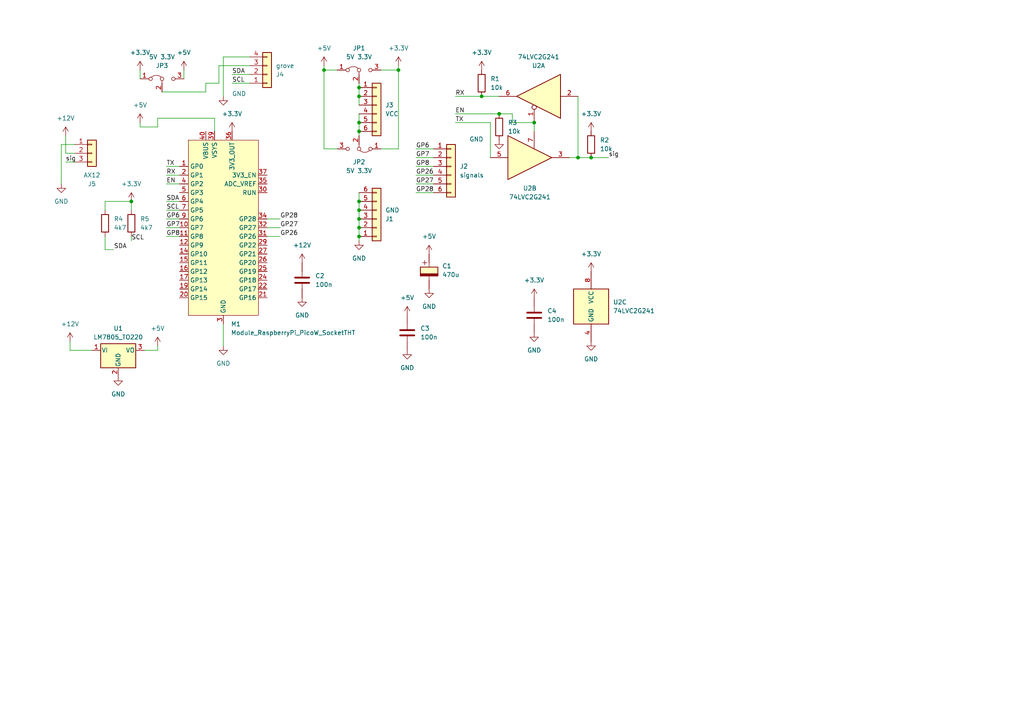
<source format=kicad_sch>
(kicad_sch (version 20250114) (generator "eeschema") (generator_version "9.0")
  (paper "A4")
  (lib_symbols
    (symbol "+5V_1" (power) (pin_numbers (hide yes)) (pin_names (offset 0) (hide yes))
      (property "Value" "+5V" (at 0 3.556 0))
      (symbol "+5V_1_0_1"
        (polyline (pts (xy -0.762 1.27) (xy 0 2.54)))
        (polyline (pts (xy 0 2.54) (xy 0.762 1.27)))
        (polyline (pts (xy 0 0) (xy 0 2.54)))
      )
      (symbol "+5V_1_1_1"
        (pin power_in line (at 0 0 90) (length 0) (name "~") (number "1"))
      )
    )
    (symbol "74xGxx:74LVC2G241"
      (property "Reference" "U" (at 2.54 5.08 0))
      (property "Value" "74LVC2G241" (at 2.54 -7.62 0))
      (symbol "74LVC2G241_1_1"
        (polyline (pts (xy -7.62 6.35) (xy -7.62 -6.35) (xy 5.08 0) (xy -7.62 6.35)) (stroke (width 0.254)) (fill (type background)))
        (pin input line (at -12.7 0 0) (length 5.08) (name "~") (number "2"))
        (pin input inverted (at 0 7.62 270) (length 5.08) (name "~") (number "1"))
        (pin tri_state line (at 10.16 0 180) (length 5.08) (name "~") (number "6"))
      )
      (symbol "74LVC2G241_2_1"
        (polyline (pts (xy -7.62 6.35) (xy -7.62 -6.35) (xy 5.08 0) (xy -7.62 6.35)) (stroke (width 0.254)) (fill (type background)))
        (pin input line (at -12.7 0 0) (length 5.08) (name "~") (number "5"))
        (pin input line (at 0 7.62 270) (length 5.08) (name "~") (number "7"))
        (pin tri_state line (at 10.16 0 180) (length 5.08) (name "~") (number "3"))
      )
      (symbol "74LVC2G241_3_0"
        (rectangle (start -5.08 -5.08) (end 5.08 5.08) (stroke (width 0.254)) (fill (type background)))
      )
      (symbol "74LVC2G241_3_1"
        (pin power_in line (at 0 10.16 270) (length 5.08) (name "VCC") (number "8"))
        (pin power_in line (at 0 -10.16 90) (length 5.08) (name "GND") (number "4"))
      )
    )
    (symbol "Connector_Generic:Conn_01x03" (pin_names (offset 1.016) (hide yes))
      (property "Reference" "J" (at 0 5.08 0))
      (property "Value" "Conn_01x03" (at 0 -5.08 0))
      (symbol "Conn_01x03_1_1"
        (rectangle (start -1.27 3.81) (end 1.27 -3.81) (stroke (width 0.254)) (fill (type background)))
        (rectangle (start -1.27 2.667) (end 0 2.413) (stroke (width 0.1524)))
        (rectangle (start -1.27 0.127) (end 0 -0.127) (stroke (width 0.1524)))
        (rectangle (start -1.27 -2.413) (end 0 -2.667) (stroke (width 0.1524)))
        (pin passive line (at -5.08 2.54 0) (length 3.81) (name "Pin_1") (number "1"))
        (pin passive line (at -5.08 0 0) (length 3.81) (name "Pin_2") (number "2"))
        (pin passive line (at -5.08 -2.54 0) (length 3.81) (name "Pin_3") (number "3"))
      )
    )
    (symbol "Connector_Generic:Conn_01x04" (pin_names (offset 1.016) (hide yes))
      (property "Reference" "J" (at 0 5.08 0))
      (property "Value" "Conn_01x04" (at 0 -7.62 0))
      (symbol "Conn_01x04_1_1"
        (rectangle (start -1.27 3.81) (end 1.27 -6.35) (stroke (width 0.254)) (fill (type background)))
        (rectangle (start -1.27 2.667) (end 0 2.413) (stroke (width 0.1524)))
        (rectangle (start -1.27 0.127) (end 0 -0.127) (stroke (width 0.1524)))
        (rectangle (start -1.27 -2.413) (end 0 -2.667) (stroke (width 0.1524)))
        (rectangle (start -1.27 -4.953) (end 0 -5.207) (stroke (width 0.1524)))
        (pin passive line (at -5.08 2.54 0) (length 3.81) (name "Pin_1") (number "1"))
        (pin passive line (at -5.08 0 0) (length 3.81) (name "Pin_2") (number "2"))
        (pin passive line (at -5.08 -2.54 0) (length 3.81) (name "Pin_3") (number "3"))
        (pin passive line (at -5.08 -5.08 0) (length 3.81) (name "Pin_4") (number "4"))
      )
    )
    (symbol "Connector_Generic:Conn_01x06" (pin_names (offset 1.016) (hide yes))
      (property "Reference" "J" (at 0 7.62 0))
      (property "Value" "Conn_01x06" (at 0 -10.16 0))
      (symbol "Conn_01x06_1_1"
        (rectangle (start -1.27 6.35) (end 1.27 -8.89) (stroke (width 0.254)) (fill (type background)))
        (rectangle (start -1.27 5.207) (end 0 4.953) (stroke (width 0.1524)))
        (rectangle (start -1.27 2.667) (end 0 2.413) (stroke (width 0.1524)))
        (rectangle (start -1.27 0.127) (end 0 -0.127) (stroke (width 0.1524)))
        (rectangle (start -1.27 -2.413) (end 0 -2.667) (stroke (width 0.1524)))
        (rectangle (start -1.27 -4.953) (end 0 -5.207) (stroke (width 0.1524)))
        (rectangle (start -1.27 -7.493) (end 0 -7.747) (stroke (width 0.1524)))
        (pin passive line (at -5.08 5.08 0) (length 3.81) (name "Pin_1") (number "1"))
        (pin passive line (at -5.08 2.54 0) (length 3.81) (name "Pin_2") (number "2"))
        (pin passive line (at -5.08 0 0) (length 3.81) (name "Pin_3") (number "3"))
        (pin passive line (at -5.08 -2.54 0) (length 3.81) (name "Pin_4") (number "4"))
        (pin passive line (at -5.08 -5.08 0) (length 3.81) (name "Pin_5") (number "5"))
        (pin passive line (at -5.08 -7.62 0) (length 3.81) (name "Pin_6") (number "6"))
      )
    )
    (symbol "Device:R" (pin_numbers (hide yes)) (pin_names (offset 0))
      (property "Reference" "R" (at 2.032 0 90))
      (property "Value" "R" (at 0 0 90))
      (symbol "R_0_1"
        (rectangle (start -1.016 -2.54) (end 1.016 2.54) (stroke (width 0.254)))
      )
      (symbol "R_1_1"
        (pin passive line (at 0 3.81 270) (length 1.27) (name "~") (number "1"))
        (pin passive line (at 0 -3.81 90) (length 1.27) (name "~") (number "2"))
      )
    )
    (symbol "Jumper:Jumper_3_Bridged12" (pin_names (offset 0) (hide yes))
      (property "Reference" "JP" (at -2.54 -2.54 0))
      (property "Value" "Jumper_3_Bridged12" (at 0 2.794 0))
      (symbol "Jumper_3_Bridged12_0_0"
        (circle (center -3.302 0) (radius 0.508))
        (circle (center 0 0) (radius 0.508))
        (circle (center 3.302 0) (radius 0.508))
      )
      (symbol "Jumper_3_Bridged12_0_1"
        (arc (start -3.048 0.508) (mid -1.651 0.9912) (end -0.254 0.508))
        (polyline (pts (xy 0 -1.27) (xy 0 -0.508)))
      )
      (symbol "Jumper_3_Bridged12_1_1"
        (pin passive line (at -6.35 0 0) (length 2.54) (name "A") (number "1"))
        (pin passive line (at 0 -3.81 90) (length 2.54) (name "C") (number "2"))
        (pin passive line (at 6.35 0 180) (length 2.54) (name "B") (number "3"))
      )
    )
    (symbol "Regulator_Linear:LM7805_TO220" (pin_names (offset 0.254))
      (property "Reference" "U" (at -3.81 3.175 0))
      (property "Value" "LM7805_TO220" (at 0 3.175 0))
      (symbol "LM7805_TO220_0_1"
        (rectangle (start -5.08 1.905) (end 5.08 -5.08) (stroke (width 0.254)) (fill (type background)))
      )
      (symbol "LM7805_TO220_1_1"
        (pin power_in line (at -7.62 0 0) (length 2.54) (name "VI") (number "1"))
        (pin power_in line (at 0 -7.62 90) (length 2.54) (name "GND") (number "2"))
        (pin power_out line (at 7.62 0 180) (length 2.54) (name "VO") (number "3"))
      )
    )
    (symbol "fab:CP_Elec_D8.0mm" (pin_numbers (hide yes))
      (property "Reference" "C" (at 1.27 2.54 0))
      (property "Value" "CP_Elec_D8.0mm" (at 1.27 -2.54 0))
      (symbol "CP_Elec_D8.0mm_0_1"
        (rectangle (start -2.54 -0.635) (end 2.54 -1.27) (fill (type outline)))
        (polyline (pts (xy -2.54 -1.27) (xy -2.54 1.27) (xy 2.54 1.27) (xy 2.54 -1.27) (xy -2.54 -1.27)) (stroke (width 0.254)) (fill (type background)))
        (polyline (pts (xy -1.27 1.905) (xy -1.27 3.175)))
        (polyline (pts (xy -0.635 2.54) (xy -1.905 2.54)))
        (polyline (pts (xy 0 2.54) (xy 0 1.27)))
        (polyline (pts (xy 0 -1.27) (xy 0 -2.54)))
      )
      (symbol "CP_Elec_D8.0mm_1_1"
        (pin passive line (at 0 5.08 270) (length 2.54) (name "~") (number "1"))
        (pin passive line (at 0 -5.08 90) (length 2.54) (name "~") (number "2"))
      )
    )
    (symbol "fab:C_1206" (pin_numbers (hide yes))
      (property "Reference" "C" (at 0.635 2.54 0))
      (property "Value" "C_1206" (at 0.635 -2.54 0))
      (symbol "C_1206_0_1"
        (polyline (pts (xy -2.032 0.762) (xy 2.032 0.762)) (stroke (width 0.508)))
        (polyline (pts (xy -2.032 -0.762) (xy 2.032 -0.762)) (stroke (width 0.508)))
        (polyline (pts (xy 0 0.635) (xy 0 2.54)))
        (polyline (pts (xy 0 -0.635) (xy 0 -2.54)))
      )
      (symbol "C_1206_1_1"
        (pin passive line (at 0 5.08 270) (length 2.54) (name "~") (number "1"))
        (pin passive line (at 0 -5.08 90) (length 2.54) (name "~") (number "2"))
      )
    )
    (symbol "fab:Module_RaspberryPi_PicoW_SocketTHT"
      (property "Reference" "M" (at 0 0 0))
      (property "Value" "Module_RaspberryPi_PicoW_SocketTHT" (at 0 0 0))
      (symbol "Module_RaspberryPi_PicoW_SocketTHT_1_1"
        (rectangle (start -10.16 25.4) (end 10.16 -25.4) (fill (type background)))
        (pin bidirectional line (at -12.7 17.78 0) (length 2.54) (name "GP0") (number "1"))
        (pin bidirectional line (at -12.7 15.24 0) (length 2.54) (name "GP1") (number "2"))
        (pin bidirectional line (at -12.7 12.7 0) (length 2.54) (name "GP2") (number "4"))
        (pin bidirectional line (at -12.7 10.16 0) (length 2.54) (name "GP3") (number "5"))
        (pin bidirectional line (at -12.7 7.62 0) (length 2.54) (name "GP4") (number "6"))
        (pin bidirectional line (at -12.7 5.08 0) (length 2.54) (name "GP5") (number "7"))
        (pin bidirectional line (at -12.7 2.54 0) (length 2.54) (name "GP6") (number "9"))
        (pin bidirectional line (at -12.7 0 0) (length 2.54) (name "GP7") (number "10"))
        (pin bidirectional line (at -12.7 -2.54 0) (length 2.54) (name "GP8") (number "11"))
        (pin bidirectional line (at -12.7 -5.08 0) (length 2.54) (name "GP9") (number "12"))
        (pin bidirectional line (at -12.7 -7.62 0) (length 2.54) (name "GP10") (number "14"))
        (pin bidirectional line (at -12.7 -10.16 0) (length 2.54) (name "GP11") (number "15"))
        (pin bidirectional line (at -12.7 -12.7 0) (length 2.54) (name "GP12") (number "16"))
        (pin bidirectional line (at -12.7 -15.24 0) (length 2.54) (name "GP13") (number "17"))
        (pin bidirectional line (at -12.7 -17.78 0) (length 2.54) (name "GP14") (number "19"))
        (pin bidirectional line (at -12.7 -20.32 0) (length 2.54) (name "GP15") (number "20"))
        (pin power_in line (at -5.08 27.94 270) (length 2.54) (name "VBUS") (number "40"))
        (pin power_in line (at -2.54 27.94 270) (length 2.54) (name "VSYS") (number "39"))
        (pin passive line (at 0 -27.94 90) (length 2.54) (hide yes) (name "GND") (number "13"))
        (pin passive line (at 0 -27.94 90) (length 2.54) (hide yes) (name "GND") (number "18"))
        (pin passive line (at 0 -27.94 90) (length 2.54) (hide yes) (name "GND") (number "23"))
        (pin passive line (at 0 -27.94 90) (length 2.54) (hide yes) (name "GND") (number "28"))
        (pin power_in line (at 0 -27.94 90) (length 2.54) (name "GND") (number "3"))
        (pin passive line (at 0 -27.94 90) (length 2.54) (hide yes) (name "GND") (number "33"))
        (pin passive line (at 0 -27.94 90) (length 2.54) (hide yes) (name "GND") (number "38"))
        (pin passive line (at 0 -27.94 90) (length 2.54) (hide yes) (name "GND") (number "8"))
        (pin power_in line (at 2.54 27.94 270) (length 2.54) (name "3V3_OUT") (number "36"))
        (pin input line (at 12.7 15.24 180) (length 2.54) (name "3V3_EN") (number "37"))
        (pin input line (at 12.7 12.7 180) (length 2.54) (name "ADC_VREF") (number "35"))
        (pin input line (at 12.7 10.16 180) (length 2.54) (name "RUN") (number "30"))
        (pin bidirectional line (at 12.7 2.54 180) (length 2.54) (name "GP28") (number "34"))
        (pin bidirectional line (at 12.7 0 180) (length 2.54) (name "GP27") (number "32"))
        (pin bidirectional line (at 12.7 -2.54 180) (length 2.54) (name "GP26") (number "31"))
        (pin bidirectional line (at 12.7 -5.08 180) (length 2.54) (name "GP22") (number "29"))
        (pin bidirectional line (at 12.7 -7.62 180) (length 2.54) (name "GP21") (number "27"))
        (pin bidirectional line (at 12.7 -10.16 180) (length 2.54) (name "GP20") (number "26"))
        (pin bidirectional line (at 12.7 -12.7 180) (length 2.54) (name "GP19") (number "25"))
        (pin bidirectional line (at 12.7 -15.24 180) (length 2.54) (name "GP18") (number "24"))
        (pin bidirectional line (at 12.7 -17.78 180) (length 2.54) (name "GP17") (number "22"))
        (pin bidirectional line (at 12.7 -20.32 180) (length 2.54) (name "GP16") (number "21"))
      )
    )
    (symbol "power:+12V" (power) (pin_names (offset 0))
      (property "Value" "+12V" (at 0 3.556 0))
      (symbol "+12V_0_1"
        (polyline (pts (xy -0.762 1.27) (xy 0 2.54)))
        (polyline (pts (xy 0 2.54) (xy 0.762 1.27)))
        (polyline (pts (xy 0 0) (xy 0 2.54)))
      )
      (symbol "+12V_1_1"
        (pin power_in line (at 0 0 90) (length 0) (hide yes) (name "+12V") (number "1"))
      )
    )
    (symbol "power:+3.3V" (power) (pin_names (offset 0))
      (property "Value" "+3.3V" (at 0 3.556 0))
      (symbol "+3.3V_0_1"
        (polyline (pts (xy -0.762 1.27) (xy 0 2.54)))
        (polyline (pts (xy 0 2.54) (xy 0.762 1.27)))
        (polyline (pts (xy 0 0) (xy 0 2.54)))
      )
      (symbol "+3.3V_1_1"
        (pin power_in line (at 0 0 90) (length 0) (hide yes) (name "+3.3V") (number "1"))
      )
    )
    (symbol "power:+5V" (power) (pin_names (offset 0))
      (property "Value" "+5V" (at 0 3.556 0))
      (symbol "+5V_0_1"
        (polyline (pts (xy -0.762 1.27) (xy 0 2.54)))
        (polyline (pts (xy 0 2.54) (xy 0.762 1.27)))
        (polyline (pts (xy 0 0) (xy 0 2.54)))
      )
      (symbol "+5V_1_1"
        (pin power_in line (at 0 0 90) (length 0) (hide yes) (name "+5V") (number "1"))
      )
    )
    (symbol "power:GND" (power) (pin_names (offset 0))
      (property "Value" "GND" (at 0 -3.81 0))
      (symbol "GND_0_1"
        (polyline (pts (xy 0 0) (xy 0 -1.27) (xy 1.27 -1.27) (xy 0 -2.54) (xy -1.27 -1.27) (xy 0 -1.27)))
      )
      (symbol "GND_1_1"
        (pin power_in line (at 0 0 270) (length 0) (hide yes) (name "GND") (number "1"))
      )
    )
  )
  (junction (at 104.14 58.42))
  (junction (at 115.57 20.32))
  (junction (at 93.98 20.32))
  (junction (at 38.1 58.42))
  (junction (at 104.14 27.94))
  (junction (at 104.14 35.56))
  (junction (at 144.78 33.02))
  (junction (at 104.14 63.5))
  (junction (at 104.14 25.4))
  (junction (at 104.14 66.04))
  (junction (at 104.14 38.1))
  (junction (at 154.94 35.56))
  (junction (at 104.14 60.96))
  (junction (at 171.45 45.72))
  (junction (at 139.7 27.94))
  (junction (at 167.64 45.72))
  (junction (at 104.14 68.58))
  (wire (pts (xy 104.14 55.88) (xy 104.14 58.42)))
  (wire (pts (xy 67.31 24.13) (xy 72.39 24.13)))
  (wire (pts (xy 77.47 63.5) (xy 81.28 63.5)))
  (wire (pts (xy 19.05 46.99) (xy 21.59 46.99)))
  (wire (pts (xy 120.65 48.26) (xy 125.73 48.26)))
  (wire (pts (xy 53.34 20.32) (xy 53.34 22.86)))
  (wire (pts (xy 120.65 45.72) (xy 125.73 45.72)))
  (wire (pts (xy 26.67 101.6) (xy 20.32 101.6)))
  (wire (pts (xy 48.26 58.42) (xy 52.07 58.42)))
  (wire (pts (xy 132.08 27.94) (xy 139.7 27.94)))
  (wire (pts (xy 171.45 45.72) (xy 176.53 45.72)))
  (wire (pts (xy 30.48 58.42) (xy 38.1 58.42)))
  (wire (pts (xy 104.14 60.96) (xy 104.14 63.5)))
  (wire (pts (xy 30.48 68.58) (xy 30.48 72.39)))
  (wire (pts (xy 17.78 41.91) (xy 17.78 53.34)))
  (wire (pts (xy 40.64 35.56) (xy 40.64 36.83)))
  (wire (pts (xy 64.77 16.51) (xy 72.39 16.51)))
  (wire (pts (xy 40.64 20.32) (xy 40.64 22.86)))
  (wire (pts (xy 115.57 43.18) (xy 115.57 20.32)))
  (wire (pts (xy 45.72 34.29) (xy 62.23 34.29)))
  (wire (pts (xy 77.47 68.58) (xy 81.28 68.58)))
  (wire (pts (xy 97.79 20.32) (xy 93.98 20.32)))
  (wire (pts (xy 120.65 43.18) (xy 125.73 43.18)))
  (wire (pts (xy 19.05 39.37) (xy 19.05 44.45)))
  (wire (pts (xy 120.65 50.8) (xy 125.73 50.8)))
  (wire (pts (xy 104.14 27.94) (xy 104.14 30.48)))
  (wire (pts (xy 21.59 44.45) (xy 19.05 44.45)))
  (wire (pts (xy 110.49 20.32) (xy 115.57 20.32)))
  (wire (pts (xy 167.64 45.72) (xy 167.64 27.94)))
  (wire (pts (xy 148.59 33.02) (xy 148.59 35.56)))
  (wire (pts (xy 48.26 63.5) (xy 52.07 63.5)))
  (wire (pts (xy 104.14 24.13) (xy 104.14 25.4)))
  (wire (pts (xy 93.98 20.32) (xy 93.98 43.18)))
  (wire (pts (xy 165.1 45.72) (xy 167.64 45.72)))
  (wire (pts (xy 77.47 66.04) (xy 81.28 66.04)))
  (wire (pts (xy 139.7 27.94) (xy 144.78 27.94)))
  (wire (pts (xy 104.14 35.56) (xy 104.14 38.1)))
  (wire (pts (xy 45.72 100.33) (xy 45.72 101.6)))
  (wire (pts (xy 45.72 36.83) (xy 40.64 36.83)))
  (wire (pts (xy 48.26 53.34) (xy 52.07 53.34)))
  (wire (pts (xy 104.14 58.42) (xy 104.14 60.96)))
  (wire (pts (xy 64.77 93.98) (xy 64.77 100.33)))
  (wire (pts (xy 67.31 21.59) (xy 72.39 21.59)))
  (wire (pts (xy 154.94 35.56) (xy 154.94 38.1)))
  (wire (pts (xy 115.57 19.05) (xy 115.57 20.32)))
  (wire (pts (xy 20.32 99.06) (xy 20.32 101.6)))
  (wire (pts (xy 48.26 48.26) (xy 52.07 48.26)))
  (wire (pts (xy 63.5 24.13) (xy 63.5 19.05)))
  (wire (pts (xy 132.08 33.02) (xy 144.78 33.02)))
  (wire (pts (xy 63.5 19.05) (xy 72.39 19.05)))
  (wire (pts (xy 30.48 60.96) (xy 30.48 58.42)))
  (wire (pts (xy 110.49 43.18) (xy 115.57 43.18)))
  (wire (pts (xy 104.14 33.02) (xy 104.14 35.56)))
  (wire (pts (xy 48.26 60.96) (xy 52.07 60.96)))
  (wire (pts (xy 46.99 26.67) (xy 59.69 26.67)))
  (wire (pts (xy 59.69 26.67) (xy 59.69 24.13)))
  (wire (pts (xy 104.14 68.58) (xy 104.14 69.85)))
  (wire (pts (xy 45.72 34.29) (xy 45.72 36.83)))
  (wire (pts (xy 142.24 45.72) (xy 142.24 35.56)))
  (wire (pts (xy 41.91 101.6) (xy 45.72 101.6)))
  (wire (pts (xy 62.23 38.1) (xy 62.23 34.29)))
  (wire (pts (xy 104.14 25.4) (xy 104.14 27.94)))
  (wire (pts (xy 64.77 27.94) (xy 64.77 16.51)))
  (wire (pts (xy 38.1 58.42) (xy 38.1 60.96)))
  (wire (pts (xy 120.65 53.34) (xy 125.73 53.34)))
  (wire (pts (xy 59.69 24.13) (xy 63.5 24.13)))
  (wire (pts (xy 38.1 68.58) (xy 38.1 69.85)))
  (wire (pts (xy 120.65 55.88) (xy 125.73 55.88)))
  (wire (pts (xy 30.48 72.39) (xy 33.02 72.39)))
  (wire (pts (xy 132.08 35.56) (xy 142.24 35.56)))
  (wire (pts (xy 93.98 19.05) (xy 93.98 20.32)))
  (wire (pts (xy 104.14 66.04) (xy 104.14 68.58)))
  (wire (pts (xy 104.14 38.1) (xy 104.14 39.37)))
  (wire (pts (xy 21.59 41.91) (xy 17.78 41.91)))
  (wire (pts (xy 104.14 63.5) (xy 104.14 66.04)))
  (wire (pts (xy 93.98 43.18) (xy 97.79 43.18)))
  (wire (pts (xy 144.78 33.02) (xy 148.59 33.02)))
  (wire (pts (xy 48.26 68.58) (xy 52.07 68.58)))
  (wire (pts (xy 48.26 50.8) (xy 52.07 50.8)))
  (wire (pts (xy 48.26 66.04) (xy 52.07 66.04)))
  (wire (pts (xy 148.59 35.56) (xy 154.94 35.56)))
  (wire (pts (xy 167.64 45.72) (xy 171.45 45.72)))
  (label "SDA" (at 33.02 72.39 0))
  (label "RX" (at 132.08 27.94 0))
  (label "EN" (at 132.08 33.02 0))
  (label "GP26" (at 81.28 68.58 0))
  (label "TX" (at 132.08 35.56 0))
  (label "GP28" (at 120.65 55.88 0))
  (label "sig" (at 19.05 46.99 0))
  (label "GP6" (at 120.65 43.18 0))
  (label "GP27" (at 120.65 53.34 0))
  (label "GP7" (at 48.26 66.04 0))
  (label "SCL" (at 67.31 24.13 0))
  (label "sig" (at 176.53 45.72 0))
  (label "TX" (at 48.26 48.26 0))
  (label "GP8" (at 120.65 48.26 0))
  (label "RX" (at 48.26 50.8 0))
  (label "SDA" (at 48.26 58.42 0))
  (label "GP27" (at 81.28 66.04 0))
  (label "GP7" (at 120.65 45.72 0))
  (label "GP28" (at 81.28 63.5 0))
  (label "SDA" (at 67.31 21.59 0))
  (label "SCL" (at 48.26 60.96 0))
  (label "GP26" (at 120.65 50.8 0))
  (label "SCL" (at 38.1 69.85 0))
  (label "GP8" (at 48.26 68.58 0))
  (label "EN" (at 48.26 53.34 0))
  (label "GP6" (at 48.26 63.5 0))
  (symbol (lib_id "fab:C_1206") (at 87.63 81.28 0) (unit 1)
    (property "Reference" "C2" (at 91.44 80.01 0) (effects (justify left)))
    (property "Value" "100n" (at 91.44 82.55 0) (effects (justify left)))
    (property "Footprint" "Capacitor_SMD:C_0603_1608Metric_Pad1.08x0.95mm_HandSolder" (effects (hide yes)))
    (property "Datasheet" "https://www.yageo.com/upload/media/product/productsearch/datasheet/mlcc/UPY-GP_NP0_16V-to-50V_18.pdf" (effects (hide yes)))
  )
  (symbol (lib_id "power:GND") (at 124.46 83.82 0) (unit 1)
    (property "Reference" "#PWR05" (effects (hide yes)))
    (property "Value" "GND" (at 124.46 88.9 0))
  )
  (symbol (lib_id "power:+5V") (at 118.11 91.44 0) (unit 1)
    (property "Reference" "#PWR018" (effects (hide yes)))
    (property "Value" "+5V" (at 118.11 86.36 0))
  )
  (symbol (lib_id "power:+12V") (at 19.05 39.37 0) (unit 1)
    (property "Reference" "#PWR014" (effects (hide yes)))
    (property "Value" "+12V" (at 19.05 34.29 0))
  )
  (symbol (lib_id "Jumper:Jumper_3_Bridged12") (at 46.99 22.86 0) (unit 1)
    (property "Reference" "JP3" (at 46.99 19.05 0))
    (property "Value" "5V 3.3V" (at 46.99 16.51 0))
    (property "Footprint" "Jumper:SolderJumper-3_P1.3mm_Bridged2Bar12_RoundedPad1.0x1.5mm_NumberLabels" (effects (hide yes)))
  )
  (symbol (lib_id "Connector_Generic:Conn_01x03") (at 26.67 44.45 0) (unit 1)
    (property "Reference" "J5" (at 26.67 53.34 0))
    (property "Value" "AX12" (at 26.67 50.8 0))
    (property "Footprint" "Connector_Molex:Molex_SPOX_5267-03A_1x03_P2.50mm_Vertical" (effects (hide yes)))
    (property "Description" "Generic connector, single row, 01x03, script generated (kicad-library-utils/schlib/autogen/connector/)" (effects (hide yes)))
  )
  (symbol (lib_id "Device:R") (at 171.45 41.91 0) (unit 1)
    (property "Reference" "R2" (at 173.99 40.6399 0) (effects (justify left)))
    (property "Value" "10k" (at 173.99 43.1799 0) (effects (justify left)))
    (property "Footprint" "Resistor_SMD:R_0603_1608Metric_Pad0.98x0.95mm_HandSolder" (effects (hide yes)))
  )
  (symbol (lib_id "power:+5V") (at 40.64 35.56 0) (unit 1)
    (property "Reference" "#PWR020" (effects (hide yes)))
    (property "Value" "+5V" (at 40.64 30.48 0))
  )
  (symbol (lib_id "fab:CP_Elec_D8.0mm") (at 124.46 78.74 0) (unit 1)
    (property "Reference" "C1" (at 128.27 77.1525 0) (effects (justify left)))
    (property "Value" "470u" (at 128.27 79.6925 0) (effects (justify left)))
    (property "Footprint" "fab:CP_Elec_D8.0mm" (effects (hide yes)))
    (property "Datasheet" "https://na.industrial.panasonic.com/file-download/19641" (effects (hide yes)))
  )
  (symbol (lib_id "power:+3.3V") (at 67.31 38.1 0) (unit 1)
    (property "Reference" "#PWR013" (effects (hide yes)))
    (property "Value" "+3.3V" (at 67.31 33.02 0))
  )
  (symbol (lib_id "74xGxx:74LVC2G241") (at 154.94 27.94 180) (unit 1)
    (property "Reference" "U2" (at 156.21 19.05 0))
    (property "Value" "74LVC2G241" (at 156.21 16.51 0))
    (property "Footprint" "Package_SO:TSSOP-8_3x3mm_P0.65mm" (effects (hide yes)))
    (property "Datasheet" "http://www.ti.com/lit/sg/scyt129e/scyt129e.pdf" (effects (hide yes)))
    (property "Description" "Dual Buffer Tri-State, Low-Voltage CMOS" (effects (hide yes)))
  )
  (symbol (lib_id "power:+12V") (at 87.63 76.2 0) (unit 1)
    (property "Reference" "#PWR019" (effects (hide yes)))
    (property "Value" "+12V" (at 87.63 71.12 0))
  )
  (symbol (lib_id "Connector_Generic:Conn_01x06") (at 109.22 30.48 0) (unit 1)
    (property "Reference" "J3" (at 111.76 30.48 0) (effects (justify left)))
    (property "Value" "VCC" (at 111.76 33.02 0) (effects (justify left)))
    (property "Footprint" "Connector_PinHeader_2.54mm:PinHeader_1x06_P2.54mm_Vertical" (effects (hide yes)))
  )
  (symbol (lib_id "power:+3.3V") (at 115.57 19.05 0) (unit 1)
    (property "Reference" "#PWR02" (effects (hide yes)))
    (property "Value" "+3.3V" (at 115.57 13.97 0))
  )
  (symbol (lib_id "power:GND") (at 144.78 40.64 0) (unit 1)
    (property "Reference" "#PWR024" (effects (hide yes)))
    (property "Value" "GND" (at 138.176 40.386 0))
  )
  (symbol (lib_id "power:GND") (at 64.77 100.33 0) (unit 1)
    (property "Reference" "#PWR03" (effects (hide yes)))
    (property "Value" "GND" (at 64.77 105.41 0))
  )
  (symbol (lib_name "+5V_1") (lib_id "power:+5V") (at 171.45 38.1 0) (unit 1)
    (property "Reference" "#PWR027" (effects (hide yes)))
    (property "Value" "+3.3V" (at 171.45 33.02 0))
    (property "Description" "Power symbol creates a global label with name \"+5V\"" (effects (hide yes)))
  )
  (symbol (lib_id "power:+3.3V") (at 171.45 78.74 0) (unit 1)
    (property "Reference" "#PWR022" (effects (hide yes)))
    (property "Value" "+3.3V" (at 171.45 73.66 0))
  )
  (symbol (lib_id "power:GND") (at 34.29 109.22 0) (unit 1)
    (property "Reference" "#PWR07" (effects (hide yes)))
    (property "Value" "GND" (at 34.29 114.3 0))
  )
  (symbol (lib_id "power:GND") (at 171.45 99.06 0) (unit 1)
    (property "Reference" "#PWR021" (effects (hide yes)))
    (property "Value" "GND" (at 171.45 104.14 0))
  )
  (symbol (lib_id "power:GND") (at 104.14 69.85 0) (unit 1)
    (property "Reference" "#PWR08" (effects (hide yes)))
    (property "Value" "GND" (at 104.14 74.93 0))
  )
  (symbol (lib_id "fab:C_1206") (at 118.11 96.52 0) (unit 1)
    (property "Reference" "C3" (at 121.92 95.25 0) (effects (justify left)))
    (property "Value" "100n" (at 121.92 97.79 0) (effects (justify left)))
    (property "Footprint" "Capacitor_SMD:C_0603_1608Metric_Pad1.08x0.95mm_HandSolder" (effects (hide yes)))
    (property "Datasheet" "https://www.yageo.com/upload/media/product/productsearch/datasheet/mlcc/UPY-GP_NP0_16V-to-50V_18.pdf" (effects (hide yes)))
  )
  (symbol (lib_id "power:+3.3V") (at 154.94 86.36 0) (unit 1)
    (property "Reference" "#PWR011" (effects (hide yes)))
    (property "Value" "+3.3V" (at 154.94 81.28 0))
  )
  (symbol (lib_id "power:+3.3V") (at 40.64 20.32 0) (unit 1)
    (property "Reference" "#PWR012" (effects (hide yes)))
    (property "Value" "+3.3V" (at 40.64 15.24 0))
  )
  (symbol (lib_id "power:+3.3V") (at 38.1 58.42 0) (unit 1)
    (property "Reference" "#PWR026" (effects (hide yes)))
    (property "Value" "+3.3V" (at 38.1 53.34 0))
  )
  (symbol (lib_id "74xGxx:74LVC2G241") (at 154.94 45.72 0) (unit 2)
    (property "Reference" "U2" (at 153.67 54.61 0))
    (property "Value" "74LVC2G241" (at 153.67 57.15 0))
    (property "Footprint" "Package_SO:TSSOP-8_3x3mm_P0.65mm" (effects (hide yes)))
    (property "Datasheet" "http://www.ti.com/lit/sg/scyt129e/scyt129e.pdf" (effects (hide yes)))
    (property "Description" "Dual Buffer Tri-State, Low-Voltage CMOS" (effects (hide yes)))
  )
  (symbol (lib_id "Connector_Generic:Conn_01x06") (at 130.81 48.26 0) (unit 1)
    (property "Reference" "J2" (at 133.35 48.26 0) (effects (justify left)))
    (property "Value" "signals" (at 133.35 50.8 0) (effects (justify left)))
    (property "Footprint" "Connector_PinHeader_2.54mm:PinHeader_1x06_P2.54mm_Vertical" (effects (hide yes)))
  )
  (symbol (lib_id "power:+5V") (at 124.46 73.66 0) (unit 1)
    (property "Reference" "#PWR017" (effects (hide yes)))
    (property "Value" "+5V" (at 124.46 68.58 0))
  )
  (symbol (lib_id "power:+3.3V") (at 139.7 20.32 0) (unit 1)
    (property "Reference" "#PWR025" (effects (hide yes)))
    (property "Value" "+3.3V" (at 139.7 15.24 0))
  )
  (symbol (lib_id "Device:R") (at 38.1 64.77 0) (unit 1)
    (property "Reference" "R5" (at 40.64 63.5 0) (effects (justify left)))
    (property "Value" "4k7" (at 40.64 66.04 0) (effects (justify left)))
    (property "Footprint" "Resistor_SMD:R_0603_1608Metric_Pad0.98x0.95mm_HandSolder" (effects (hide yes)))
  )
  (symbol (lib_id "power:GND") (at 64.77 27.94 0) (unit 1)
    (property "Reference" "#PWR010" (effects (hide yes)))
    (property "Value" "GND" (at 69.342 27.178 0))
  )
  (symbol (lib_id "Connector_Generic:Conn_01x06") (at 109.22 63.5 0) (mirror x) (unit 1)
    (property "Reference" "J1" (at 111.76 63.5 0) (effects (justify left)))
    (property "Value" "GND" (at 111.76 60.96 0) (effects (justify left)))
    (property "Footprint" "Connector_PinHeader_2.54mm:PinHeader_1x06_P2.54mm_Horizontal" (effects (hide yes)))
  )
  (symbol (lib_id "power:GND") (at 17.78 53.34 0) (unit 1)
    (property "Reference" "#PWR09" (effects (hide yes)))
    (property "Value" "GND" (at 17.78 58.42 0))
  )
  (symbol (lib_id "Connector_Generic:Conn_01x04") (at 77.47 21.59 0) (mirror x) (unit 1)
    (property "Reference" "J4" (at 80.01 21.59 0) (effects (justify left)))
    (property "Value" "grove" (at 80.01 19.05 0) (effects (justify left)))
    (property "Footprint" "Connector_Molex:Molex_Micro-Latch_53253-0470_1x04_P2.00mm_Vertical" (effects (hide yes)))
  )
  (symbol (lib_id "power:GND") (at 118.11 101.6 0) (unit 1)
    (property "Reference" "#PWR06" (effects (hide yes)))
    (property "Value" "GND" (at 118.11 106.68 0))
  )
  (symbol (lib_id "power:GND") (at 87.63 86.36 0) (unit 1)
    (property "Reference" "#PWR04" (effects (hide yes)))
    (property "Value" "GND" (at 87.63 91.44 0))
  )
  (symbol (lib_id "Jumper:Jumper_3_Bridged12") (at 104.14 43.18 180) (unit 1)
    (property "Reference" "JP2" (at 104.14 46.99 0))
    (property "Value" "5V 3.3V" (at 104.14 49.53 0))
    (property "Footprint" "Jumper:SolderJumper-3_P1.3mm_Bridged2Bar12_RoundedPad1.0x1.5mm_NumberLabels" (effects (hide yes)))
  )
  (symbol (lib_id "power:GND") (at 154.94 96.52 0) (unit 1)
    (property "Reference" "#PWR023" (effects (hide yes)))
    (property "Value" "GND" (at 154.94 101.6 0))
  )
  (symbol (lib_id "Regulator_Linear:LM7805_TO220") (at 34.29 101.6 0) (unit 1)
    (property "Reference" "U1" (at 34.29 95.25 0))
    (property "Value" "LM7805_TO220" (at 34.29 97.79 0))
    (property "Footprint" "Package_TO_SOT_THT:TO-220-3_Vertical" (effects (hide yes)))
    (property "Datasheet" "https://www.onsemi.cn/PowerSolutions/document/MC7800-D.PDF" (effects (hide yes)))
  )
  (symbol (lib_id "power:+5V") (at 45.72 100.33 0) (unit 1)
    (property "Reference" "#PWR016" (effects (hide yes)))
    (property "Value" "+5V" (at 45.72 95.25 0))
  )
  (symbol (lib_id "Device:R") (at 139.7 24.13 0) (unit 1)
    (property "Reference" "R1" (at 142.24 22.8599 0) (effects (justify left)))
    (property "Value" "10k" (at 142.24 25.3999 0) (effects (justify left)))
    (property "Footprint" "Resistor_SMD:R_0603_1608Metric_Pad0.98x0.95mm_HandSolder" (effects (hide yes)))
  )
  (symbol (lib_id "fab:C_1206") (at 154.94 91.44 0) (unit 1)
    (property "Reference" "C4" (at 158.75 90.17 0) (effects (justify left)))
    (property "Value" "100n" (at 158.75 92.71 0) (effects (justify left)))
    (property "Footprint" "Capacitor_SMD:C_0603_1608Metric_Pad1.08x0.95mm_HandSolder" (effects (hide yes)))
    (property "Datasheet" "https://www.yageo.com/upload/media/product/productsearch/datasheet/mlcc/UPY-GP_NP0_16V-to-50V_18.pdf" (effects (hide yes)))
  )
  (symbol (lib_id "Device:R") (at 30.48 64.77 0) (unit 1)
    (property "Reference" "R4" (at 33.02 63.5 0) (effects (justify left)))
    (property "Value" "4k7" (at 33.02 66.04 0) (effects (justify left)))
    (property "Footprint" "Resistor_SMD:R_0603_1608Metric_Pad0.98x0.95mm_HandSolder" (effects (hide yes)))
  )
  (symbol (lib_id "Jumper:Jumper_3_Bridged12") (at 104.14 20.32 0) (unit 1)
    (property "Reference" "JP1" (at 104.14 13.97 0))
    (property "Value" "5V 3.3V" (at 104.14 16.51 0))
    (property "Footprint" "Jumper:SolderJumper-3_P1.3mm_Bridged2Bar12_RoundedPad1.0x1.5mm_NumberLabels" (effects (hide yes)))
  )
  (symbol (lib_id "fab:Module_RaspberryPi_PicoW_SocketTHT") (at 64.77 66.04 0) (unit 1)
    (property "Reference" "M1" (at 66.9641 93.98 0) (effects (justify left)))
    (property "Value" "Module_RaspberryPi_PicoW_SocketTHT" (at 66.9641 96.52 0) (effects (justify left)))
    (property "Footprint" "fab:RaspberryPi_PicoW_SocketTHT" (effects (hide yes)))
    (property "Datasheet" "https://datasheets.raspberrypi.com/picow/pico-w-datasheet.pdf" (effects (hide yes)))
  )
  (symbol (lib_id "power:+5V") (at 93.98 19.05 0) (unit 1)
    (property "Reference" "#PWR01" (effects (hide yes)))
    (property "Value" "+5V" (at 93.98 13.97 0))
  )
  (symbol (lib_id "74xGxx:74LVC2G241") (at 171.45 88.9 0) (unit 3)
    (property "Reference" "U2" (at 177.8 87.6299 0) (effects (justify left)))
    (property "Value" "74LVC2G241" (at 177.8 90.1699 0) (effects (justify left)))
    (property "Footprint" "Package_SO:TSSOP-8_3x3mm_P0.65mm" (effects (hide yes)))
    (property "Datasheet" "http://www.ti.com/lit/sg/scyt129e/scyt129e.pdf" (effects (hide yes)))
    (property "Description" "Dual Buffer Tri-State, Low-Voltage CMOS" (effects (hide yes)))
  )
  (symbol (lib_id "power:+5V") (at 53.34 20.32 0) (unit 1)
    (property "Reference" "#PWR028" (effects (hide yes)))
    (property "Value" "+5V" (at 53.34 15.24 0))
  )
  (symbol (lib_id "power:+12V") (at 20.32 99.06 0) (unit 1)
    (property "Reference" "#PWR015" (effects (hide yes)))
    (property "Value" "+12V" (at 20.32 93.98 0))
  )
  (symbol (lib_id "Device:R") (at 144.78 36.83 0) (unit 1)
    (property "Reference" "R3" (at 147.32 35.5599 0) (effects (justify left)))
    (property "Value" "10k" (at 147.32 38.0999 0) (effects (justify left)))
    (property "Footprint" "Resistor_SMD:R_0603_1608Metric_Pad0.98x0.95mm_HandSolder" (effects (hide yes)))
  )
)
</source>
